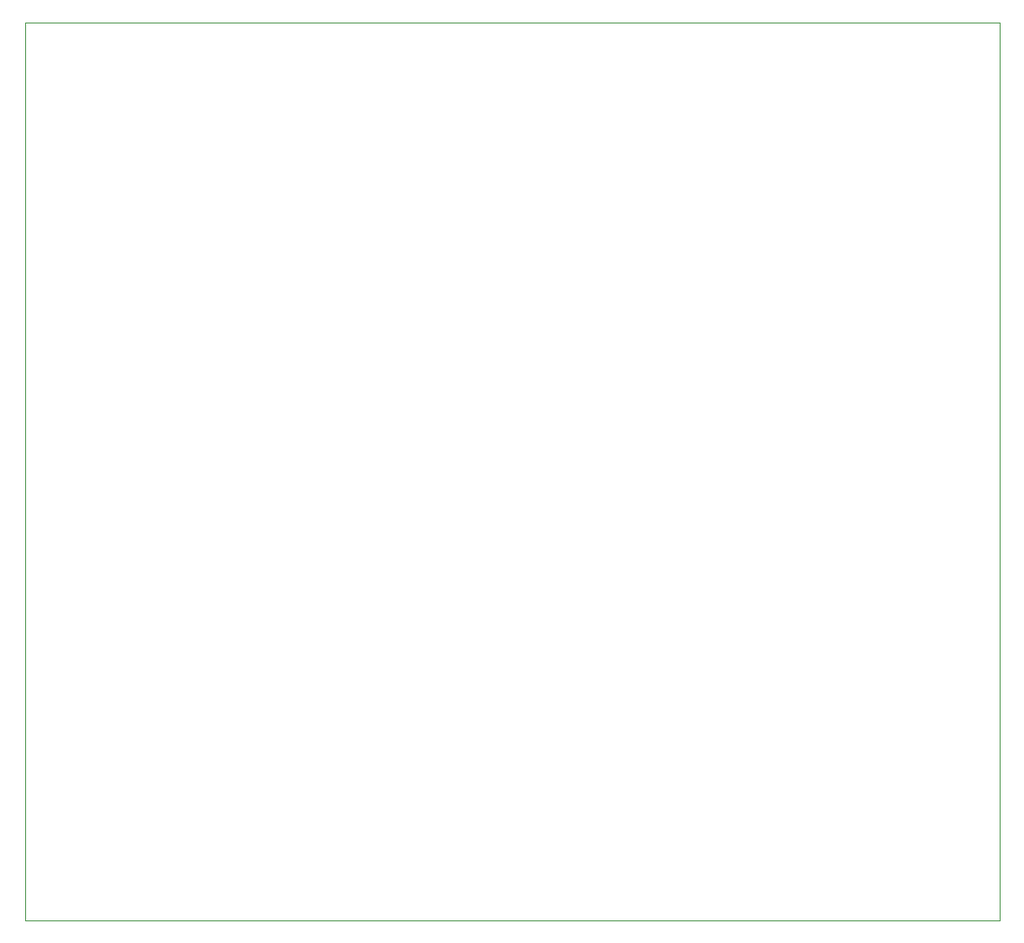
<source format=gbr>
G04 Gerber PCB Fabrication Data in Gerber  Example 2, created by Karel Tavernier, Filip Vermeire and Thomas Weyn*
G04 Ucamco copyright*
%TF.GenerationSoftware,Ucamco,UcamX,1.1.0-1400509*%
%TF.CreationDate,2014-07-14T00:00;00+01:00*%
%FSLAX25Y25*%
%MOMM*%
%TF.FileFunction,Profile,NP*%
%TF.FilePolarity,Positive*%
%TF.Part,Single*%
%TF.SameCoordinates*%
%TA.AperFunction,Profile*%
%ADD10C,0.100000*%
G01*
%LPD*%
D10*
X0Y8750000D02*
X9500000D01*
Y0D01*
X0D01*
Y8750000D01*
M02*
</source>
